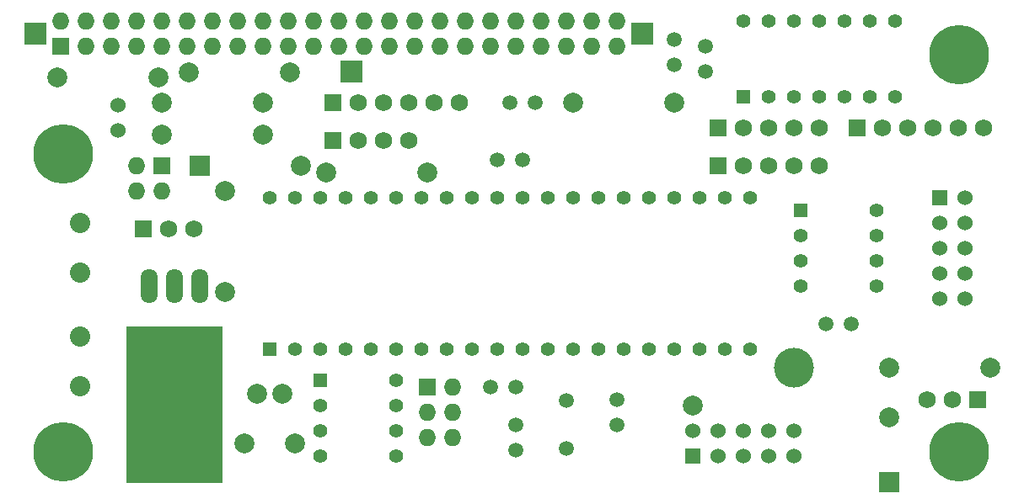
<source format=gts>
%FSLAX36Y36*%
G04 Gerber Fmt 3.6, Leading zero omitted, Abs format (unit inch)*
G04 Created by KiCad (PCBNEW (2014-jul-16 BZR unknown)-product) date Sun 19 Oct 2014 07:04:48 PM PDT*
%MOIN*%
G01*
G04 APERTURE LIST*
%ADD10C,0.003937*%
%ADD11C,0.059100*%
%ADD12C,0.078700*%
%ADD13R,0.078700X0.078700*%
%ADD14C,0.060000*%
%ADD15C,0.236220*%
%ADD16R,0.068000X0.068000*%
%ADD17C,0.068000*%
%ADD18O,0.068000X0.068000*%
%ADD19C,0.080000*%
%ADD20R,0.060000X0.060000*%
%ADD21O,0.066900X0.137800*%
%ADD22R,0.380000X0.620000*%
%ADD23R,0.055000X0.055000*%
%ADD24C,0.055000*%
%ADD25C,0.157480*%
%ADD26C,0.078740*%
%ADD27R,0.088000X0.088000*%
G04 APERTURE END LIST*
D10*
D11*
X5925000Y-5700000D03*
X5925000Y-5600000D03*
X6325000Y-5500000D03*
X6325000Y-5600000D03*
X5950000Y-4550000D03*
X5850000Y-4550000D03*
X5825000Y-5450000D03*
X5925000Y-5450000D03*
X7250000Y-5200000D03*
X7150000Y-5200000D03*
X6000000Y-4325000D03*
X5900000Y-4325000D03*
X6675000Y-4100000D03*
X6675000Y-4200000D03*
X6550000Y-4175000D03*
X6550000Y-4075000D03*
D12*
X5075000Y-4575000D03*
D13*
X4675000Y-4575000D03*
D14*
X4350000Y-4435000D03*
X4350000Y-4335000D03*
D15*
X4133858Y-4527559D03*
X7677165Y-4133858D03*
X4133858Y-5708661D03*
X7677165Y-5708661D03*
D16*
X7750000Y-5500000D03*
D17*
X7650000Y-5500000D03*
X7550000Y-5500000D03*
D16*
X4525000Y-4575000D03*
D18*
X4525000Y-4675000D03*
X4425000Y-4575000D03*
X4425000Y-4675000D03*
D19*
X4200000Y-4998425D03*
X4200000Y-4801575D03*
X4200000Y-5448425D03*
X4200000Y-5251575D03*
D20*
X7600000Y-4700000D03*
D14*
X7700000Y-4700000D03*
X7600000Y-4800000D03*
X7700000Y-4800000D03*
X7600000Y-4900000D03*
X7700000Y-4900000D03*
X7600000Y-5000000D03*
X7700000Y-5000000D03*
X7600000Y-5100000D03*
X7700000Y-5100000D03*
D16*
X5200000Y-4325000D03*
D17*
X5300000Y-4325000D03*
X5400000Y-4325000D03*
X5500000Y-4325000D03*
X5600000Y-4325000D03*
X5700000Y-4325000D03*
D16*
X7275000Y-4425000D03*
D17*
X7375000Y-4425000D03*
X7475000Y-4425000D03*
X7575000Y-4425000D03*
X7675000Y-4425000D03*
X7775000Y-4425000D03*
D16*
X5575000Y-5450000D03*
D18*
X5675000Y-5450000D03*
X5575000Y-5550000D03*
X5675000Y-5550000D03*
X5575000Y-5650000D03*
X5675000Y-5650000D03*
D16*
X5200000Y-4475000D03*
D17*
X5300000Y-4475000D03*
X5400000Y-4475000D03*
X5500000Y-4475000D03*
D20*
X6625000Y-5725000D03*
D14*
X6625000Y-5625000D03*
X6725000Y-5725000D03*
X6725000Y-5625000D03*
X6825000Y-5725000D03*
X6825000Y-5625000D03*
X6925000Y-5725000D03*
X6925000Y-5625000D03*
X7025000Y-5725000D03*
X7025000Y-5625000D03*
D16*
X4125000Y-4100000D03*
D18*
X4125000Y-4000000D03*
X4225000Y-4100000D03*
X4225000Y-4000000D03*
X4325000Y-4100000D03*
X4325000Y-4000000D03*
X4425000Y-4100000D03*
X4425000Y-4000000D03*
X4525000Y-4100000D03*
X4525000Y-4000000D03*
X4625000Y-4100000D03*
X4625000Y-4000000D03*
X4725000Y-4100000D03*
X4725000Y-4000000D03*
X4825000Y-4100000D03*
X4825000Y-4000000D03*
X4925000Y-4100000D03*
X4925000Y-4000000D03*
X5025000Y-4100000D03*
X5025000Y-4000000D03*
X5125000Y-4100000D03*
X5125000Y-4000000D03*
X5225000Y-4100000D03*
X5225000Y-4000000D03*
X5325000Y-4100000D03*
X5325000Y-4000000D03*
X5425000Y-4100000D03*
X5425000Y-4000000D03*
X5525000Y-4100000D03*
X5525000Y-4000000D03*
X5625000Y-4100000D03*
X5625000Y-4000000D03*
X5725000Y-4100000D03*
X5725000Y-4000000D03*
X5825000Y-4100000D03*
X5825000Y-4000000D03*
X5925000Y-4100000D03*
X5925000Y-4000000D03*
X6025000Y-4100000D03*
X6025000Y-4000000D03*
X6125000Y-4100000D03*
X6125000Y-4000000D03*
X6225000Y-4100000D03*
X6225000Y-4000000D03*
X6325000Y-4100000D03*
X6325000Y-4000000D03*
D21*
X4575000Y-5050000D03*
X4675000Y-5050000D03*
X4475000Y-5050000D03*
D22*
X4575000Y-5520000D03*
D12*
X7400000Y-5375000D03*
X7800000Y-5375000D03*
X4775000Y-4675000D03*
X4775000Y-5075000D03*
X4525000Y-4325000D03*
X4925000Y-4325000D03*
X4525000Y-4450000D03*
X4925000Y-4450000D03*
D13*
X7400000Y-5828000D03*
D12*
X7400000Y-5572000D03*
D23*
X6825000Y-4300000D03*
D24*
X6925000Y-4300000D03*
X7025000Y-4300000D03*
X7125000Y-4300000D03*
X7225000Y-4300000D03*
X7325000Y-4300000D03*
X7425000Y-4300000D03*
X7425000Y-4000000D03*
X7325000Y-4000000D03*
X7225000Y-4000000D03*
X7125000Y-4000000D03*
X7025000Y-4000000D03*
X6925000Y-4000000D03*
X6825000Y-4000000D03*
D23*
X7050000Y-4750000D03*
D24*
X7050000Y-4850000D03*
X7050000Y-4950000D03*
X7050000Y-5050000D03*
X7350000Y-5050000D03*
X7350000Y-4950000D03*
X7350000Y-4850000D03*
X7350000Y-4750000D03*
D23*
X4950000Y-5300000D03*
D24*
X5050000Y-5300000D03*
X5150000Y-5300000D03*
X5250000Y-5300000D03*
X5350000Y-5300000D03*
X5450000Y-5300000D03*
X5550000Y-5300000D03*
X5650000Y-5300000D03*
X5750000Y-5300000D03*
X5850000Y-5300000D03*
X5950000Y-5300000D03*
X6050000Y-5300000D03*
X6150000Y-5300000D03*
X6250000Y-5300000D03*
X6350000Y-5300000D03*
X6450000Y-5300000D03*
X6550000Y-5300000D03*
X6650000Y-5300000D03*
X6750000Y-5300000D03*
X6850000Y-5300000D03*
X6850000Y-4700000D03*
X6750000Y-4700000D03*
X6650000Y-4700000D03*
X6550000Y-4700000D03*
X6450000Y-4700000D03*
X6350000Y-4700000D03*
X6250000Y-4700000D03*
X6150000Y-4700000D03*
X6050000Y-4700000D03*
X5950000Y-4700000D03*
X5850000Y-4700000D03*
X5750000Y-4700000D03*
X5650000Y-4700000D03*
X5550000Y-4700000D03*
X5450000Y-4700000D03*
X5350000Y-4700000D03*
X5250000Y-4700000D03*
X5150000Y-4700000D03*
X5050000Y-4700000D03*
X4950000Y-4700000D03*
D11*
X6125000Y-5696100D03*
X6125000Y-5503900D03*
D16*
X6725000Y-4425000D03*
D17*
X6825000Y-4425000D03*
X6925000Y-4425000D03*
X7025000Y-4425000D03*
X7125000Y-4425000D03*
D12*
X5575000Y-4600000D03*
X5175000Y-4600000D03*
X6150000Y-4325000D03*
X6550000Y-4325000D03*
D16*
X6725000Y-4575000D03*
D17*
X6825000Y-4575000D03*
X6925000Y-4575000D03*
X7025000Y-4575000D03*
X7125000Y-4575000D03*
D16*
X4450000Y-4825000D03*
D17*
X4550000Y-4825000D03*
X4650000Y-4825000D03*
D25*
X7025197Y-5374213D03*
D26*
X6624803Y-5525787D03*
D12*
X4510000Y-4225000D03*
X4110000Y-4225000D03*
X5030000Y-4205000D03*
X4630000Y-4205000D03*
D23*
X5150000Y-5425000D03*
D24*
X5150000Y-5525000D03*
X5150000Y-5625000D03*
X5150000Y-5725000D03*
X5450000Y-5725000D03*
X5450000Y-5625000D03*
X5450000Y-5525000D03*
X5450000Y-5425000D03*
D26*
X4900000Y-5478150D03*
X5000000Y-5478150D03*
X4850000Y-5675000D03*
X5050000Y-5675000D03*
D27*
X4025000Y-4050000D03*
X6425000Y-4050000D03*
X5275000Y-4200000D03*
M02*

</source>
